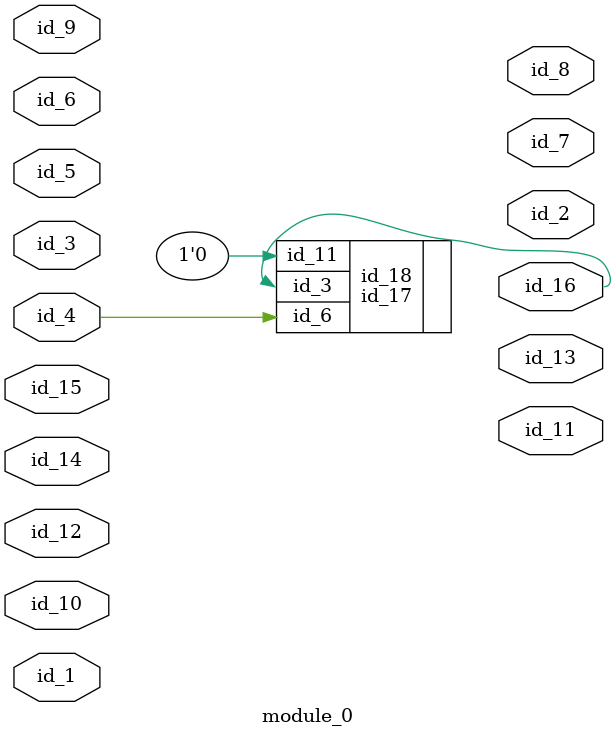
<source format=v>
`timescale 1ps / 1ps
module module_0 (
    id_1,
    id_2,
    id_3,
    id_4,
    id_5,
    id_6,
    id_7,
    id_8,
    id_9,
    id_10,
    id_11,
    id_12,
    id_13,
    id_14,
    id_15,
    id_16
);
  output id_16;
  input id_15;
  input id_14;
  output id_13;
  input id_12;
  output id_11;
  input id_10;
  input id_9;
  output id_8;
  output id_7;
  input id_6;
  input id_5;
  input id_4;
  input id_3;
  output id_2;
  input id_1;
  id_17 id_18 (
      .id_6 (id_4),
      .id_11(1'b0),
      .id_3 (id_16)
  );
endmodule

</source>
